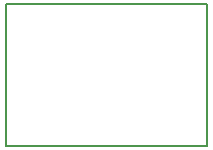
<source format=gm1>
G04 #@! TF.FileFunction,Profile,NP*
%FSLAX46Y46*%
G04 Gerber Fmt 4.6, Leading zero omitted, Abs format (unit mm)*
G04 Created by KiCad (PCBNEW 4.0.6-e0-6349~53~ubuntu16.04.1) date Thu Jun 15 10:39:54 2017*
%MOMM*%
%LPD*%
G01*
G04 APERTURE LIST*
%ADD10C,0.100000*%
%ADD11C,0.150000*%
G04 APERTURE END LIST*
D10*
D11*
X0Y0D02*
X0Y12000000D01*
X17000000Y0D02*
X0Y0D01*
X17000000Y12000000D02*
X17000000Y0D01*
X17000000Y12000000D02*
X0Y12000000D01*
M02*

</source>
